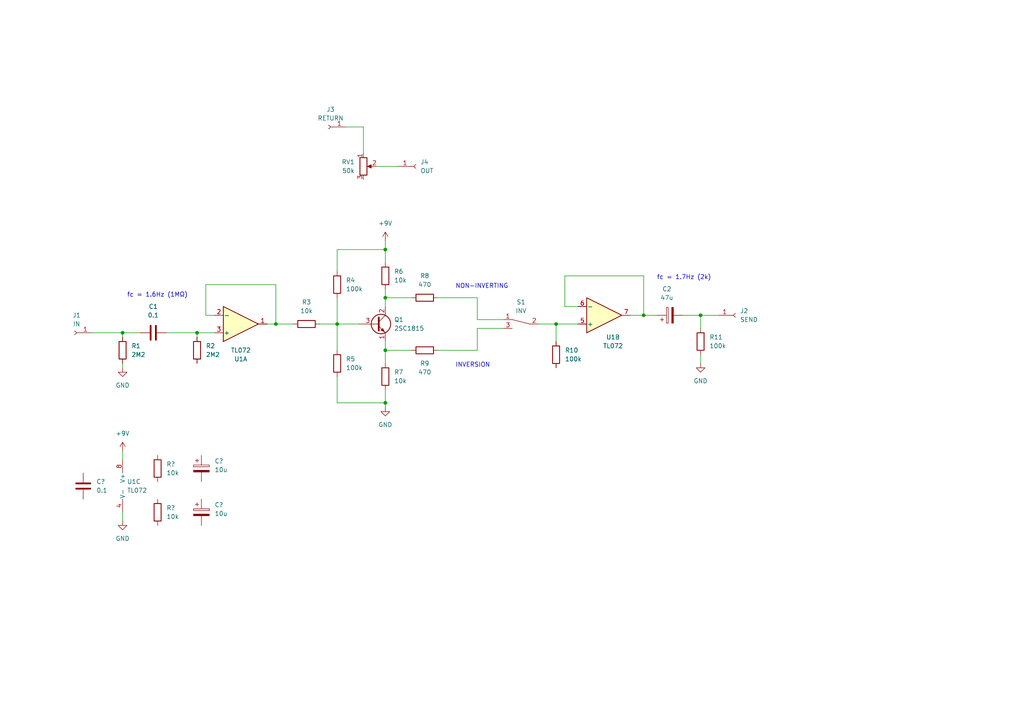
<source format=kicad_sch>
(kicad_sch (version 20211123) (generator eeschema)
  (paper "A4")
  (title_block (title "BLENDER") (date "2023-09-10") (rev "1.2") (company "ARAGI (101010.fun)"))
  (lib_symbols
    (symbol "Amplifier_Operational:TL072" (pin_names (offset 0.127))
      (property "Reference" "U" (at 0 5.08 0))
      (property "Value" "TL072" (at 0 -5.08 0))
      (symbol "TL072_1_1"
        (polyline (pts (xy -5.08 5.08) (xy 5.08 0) (xy -5.08 -5.08) (xy -5.08 5.08)) (stroke (width 0.254)) (fill (type background)))
        (pin output line (at 7.62 0 180) (length 2.54) (name "~") (number "1"))
        (pin input line (at -7.62 -2.54 0) (length 2.54) (name "-") (number "2"))
        (pin input line (at -7.62 2.54 0) (length 2.54) (name "+") (number "3"))
      )
      (symbol "TL072_2_1"
        (polyline (pts (xy -5.08 5.08) (xy 5.08 0) (xy -5.08 -5.08) (xy -5.08 5.08)) (stroke (width 0.254)) (fill (type background)))
        (pin input line (at -7.62 2.54 0) (length 2.54) (name "+") (number "5"))
        (pin input line (at -7.62 -2.54 0) (length 2.54) (name "-") (number "6"))
        (pin output line (at 7.62 0 180) (length 2.54) (name "~") (number "7"))
      )
      (symbol "TL072_3_1"
        (pin power_in line (at -2.54 -7.62 90) (length 3.81) (name "V-") (number "4"))
        (pin power_in line (at -2.54 7.62 270) (length 3.81) (name "V+") (number "8"))
      )
    )
    (symbol "Connector:Conn_01x01_Female" (pin_names (offset 1.016) hide)
      (property "Reference" "J" (at 0 2.54 0))
      (property "Value" "Conn_01x01_Female" (at 0 -2.54 0))
      (symbol "Conn_01x01_Female_1_1"
        (polyline (pts (xy -1.27 0) (xy -0.508 0)) (stroke (width 0.1524)))
        (arc (start 0 0.508) (mid -0.508 0) (end 0 -0.508) (stroke (width 0.1524)))
        (pin passive line (at -5.08 0 0) (length 3.81) (name "Pin_1") (number "1"))
      )
    )
    (symbol "Device:C" (pin_numbers hide) (pin_names (offset 0.254))
      (property "Reference" "C" (at 0.635 2.54 0))
      (property "Value" "C" (at 0.635 -2.54 0))
      (symbol "C_0_1"
        (polyline (pts (xy -2.032 -0.762) (xy 2.032 -0.762)) (stroke (width 0.508)))
        (polyline (pts (xy -2.032 0.762) (xy 2.032 0.762)) (stroke (width 0.508)))
      )
      (symbol "C_1_1"
        (pin passive line (at 0 3.81 270) (length 2.794) (name "~") (number "1"))
        (pin passive line (at 0 -3.81 90) (length 2.794) (name "~") (number "2"))
      )
    )
    (symbol "Device:C_Polarized" (pin_numbers hide) (pin_names (offset 0.254))
      (property "Reference" "C" (at 0.635 2.54 0))
      (property "Value" "C_Polarized" (at 0.635 -2.54 0))
      (symbol "C_Polarized_0_1"
        (rectangle (start -2.286 0.508) (end 2.286 1.016))
        (polyline (pts (xy -1.778 2.286) (xy -0.762 2.286)))
        (polyline (pts (xy -1.27 2.794) (xy -1.27 1.778)))
        (rectangle (start 2.286 -0.508) (end -2.286 -1.016) (fill (type outline)))
      )
      (symbol "C_Polarized_1_1"
        (pin passive line (at 0 3.81 270) (length 2.794) (name "~") (number "1"))
        (pin passive line (at 0 -3.81 90) (length 2.794) (name "~") (number "2"))
      )
    )
    (symbol "Device:R" (pin_numbers hide) (pin_names (offset 0))
      (property "Reference" "R" (at 2.032 0 90))
      (property "Value" "R" (at 0 0 90))
      (symbol "R_0_1"
        (rectangle (start -1.016 -2.54) (end 1.016 2.54) (stroke (width 0.254)))
      )
      (symbol "R_1_1"
        (pin passive line (at 0 3.81 270) (length 1.27) (name "~") (number "1"))
        (pin passive line (at 0 -3.81 90) (length 1.27) (name "~") (number "2"))
      )
    )
    (symbol "Device:R_Potentiometer" (pin_names (offset 1.016) hide)
      (property "Reference" "RV" (at -4.445 0 90))
      (property "Value" "R_Potentiometer" (at -2.54 0 90))
      (symbol "R_Potentiometer_0_1"
        (polyline (pts (xy 2.54 0) (xy 1.524 0)))
        (polyline (pts (xy 1.143 0) (xy 2.286 0.508) (xy 2.286 -0.508) (xy 1.143 0)) (fill (type outline)))
        (rectangle (start 1.016 2.54) (end -1.016 -2.54) (stroke (width 0.254)))
      )
      (symbol "R_Potentiometer_1_1"
        (pin passive line (at 0 3.81 270) (length 1.27) (name "1") (number "1"))
        (pin passive line (at 3.81 0 180) (length 1.27) (name "2") (number "2"))
        (pin passive line (at 0 -3.81 90) (length 1.27) (name "3") (number "3"))
      )
    )
    (symbol "SparkFun-Switches:SWITCH_TOGGLE_SPST_RIGHT_ANGLE" (pin_names (offset 1.016))
      (property "Reference" "S" (at 0 -2.54 0))
      (property "Value" "SWITCH_TOGGLE_SPST_RIGHT_ANGLE" (at 0 3.81 0))
      (symbol "SWITCH_TOGGLE_SPST_RIGHT_ANGLE_0_1"
        (polyline (pts (xy -2.54 0) (xy 2.54 1.27)))
      )
      (symbol "SWITCH_TOGGLE_SPST_RIGHT_ANGLE_1_1"
        (pin output line (at 5.08 1.27 180) (length 2.54) (name "~") (number "1"))
        (pin input line (at -5.08 0 0) (length 2.54) (name "~") (number "2"))
        (pin output line (at 5.08 -1.27 180) (length 2.54) (name "~") (number "3"))
      )
    )
    (symbol "Transistor_BJT:2SC1815" (pin_names (offset 0) hide)
      (property "Reference" "Q" (at 5.08 1.905 0))
      (property "Value" "2SC1815" (at 5.08 0 0))
      (symbol "2SC1815_0_1"
        (polyline (pts (xy 0 0) (xy 0.508 0)))
        (polyline (pts (xy 0.635 0.635) (xy 2.54 2.54)))
        (polyline (pts (xy 0.635 -0.635) (xy 2.54 -2.54) (xy 2.54 -2.54)))
        (polyline (pts (xy 0.635 1.905) (xy 0.635 -1.905) (xy 0.635 -1.905)) (stroke (width 0.508)))
        (polyline (pts (xy 1.27 -1.778) (xy 1.778 -1.27) (xy 2.286 -2.286) (xy 1.27 -1.778) (xy 1.27 -1.778)) (fill (type outline)))
        (circle (center 1.27 0) (radius 2.8194) (stroke (width 0.254)))
      )
      (symbol "2SC1815_1_1"
        (pin passive line (at 2.54 -5.08 90) (length 2.54) (name "E") (number "1"))
        (pin passive line (at 2.54 5.08 270) (length 2.54) (name "C") (number "2"))
        (pin input line (at -5.08 0 0) (length 5.08) (name "B") (number "3"))
      )
    )
    (symbol "power:+9V" (power) (pin_names (offset 0))
      (property "Value" "+9V" (at 0 3.556 0))
      (symbol "+9V_0_1"
        (polyline (pts (xy -0.762 1.27) (xy 0 2.54)))
        (polyline (pts (xy 0 0) (xy 0 2.54)))
        (polyline (pts (xy 0 2.54) (xy 0.762 1.27)))
      )
      (symbol "+9V_1_1"
        (pin power_in line (at 0 0 90) (length 0) hide (name "+9V") (number "1"))
      )
    )
    (symbol "power:GND" (power) (pin_names (offset 0))
      (property "Value" "GND" (at 0 -3.81 0))
      (symbol "GND_0_1"
        (polyline (pts (xy 0 0) (xy 0 -1.27) (xy 1.27 -1.27) (xy 0 -2.54) (xy -1.27 -1.27) (xy 0 -1.27)))
      )
      (symbol "GND_1_1"
        (pin power_in line (at 0 0 270) (length 0) hide (name "GND") (number "1"))
      )
    )
  )
  (junction (at 111.76 116.84))
  (junction (at 186.69 91.44))
  (junction (at 111.76 86.36))
  (junction (at 161.29 93.98))
  (junction (at 80.01 93.98))
  (junction (at 111.76 72.39))
  (junction (at 203.2 91.44))
  (junction (at 111.76 101.6))
  (junction (at 57.15 96.52))
  (junction (at 97.79 93.98))
  (junction (at 35.56 96.52))
  (wire (pts (xy 203.2 102.87) (xy 203.2 105.41)))
  (wire (pts (xy 127 86.36) (xy 138.43 86.36)))
  (wire (pts (xy 35.56 96.52) (xy 35.56 97.79)))
  (wire (pts (xy 111.76 86.36) (xy 119.38 86.36)))
  (wire (pts (xy 203.2 91.44) (xy 208.28 91.44)))
  (wire (pts (xy 146.05 95.25) (xy 138.43 95.25)))
  (wire (pts (xy 111.76 72.39) (xy 111.76 76.2)))
  (wire (pts (xy 97.79 93.98) (xy 97.79 101.6)))
  (wire (pts (xy 80.01 93.98) (xy 85.09 93.98)))
  (wire (pts (xy 26.67 96.52) (xy 35.56 96.52)))
  (wire (pts (xy 109.22 48.26) (xy 115.57 48.26)))
  (wire (pts (xy 111.76 101.6) (xy 111.76 105.41)))
  (wire (pts (xy 80.01 93.98) (xy 77.47 93.98)))
  (wire (pts (xy 40.64 96.52) (xy 35.56 96.52)))
  (wire (pts (xy 59.69 91.44) (xy 59.69 82.55)))
  (wire (pts (xy 57.15 96.52) (xy 57.15 97.79)))
  (wire (pts (xy 97.79 78.74) (xy 97.79 72.39)))
  (wire (pts (xy 138.43 101.6) (xy 138.43 95.25)))
  (wire (pts (xy 80.01 82.55) (xy 80.01 93.98)))
  (wire (pts (xy 97.79 72.39) (xy 111.76 72.39)))
  (wire (pts (xy 127 101.6) (xy 138.43 101.6)))
  (wire (pts (xy 100.33 36.83) (xy 105.41 36.83)))
  (wire (pts (xy 163.83 80.01) (xy 186.69 80.01)))
  (wire (pts (xy 111.76 113.03) (xy 111.76 116.84)))
  (wire (pts (xy 163.83 88.9) (xy 167.64 88.9)))
  (wire (pts (xy 163.83 88.9) (xy 163.83 80.01)))
  (wire (pts (xy 186.69 80.01) (xy 186.69 91.44)))
  (wire (pts (xy 48.26 96.52) (xy 57.15 96.52)))
  (wire (pts (xy 161.29 93.98) (xy 167.64 93.98)))
  (wire (pts (xy 35.56 130.81) (xy 35.56 133.35)))
  (wire (pts (xy 57.15 96.52) (xy 62.23 96.52)))
  (wire (pts (xy 111.76 83.82) (xy 111.76 86.36)))
  (wire (pts (xy 111.76 101.6) (xy 119.38 101.6)))
  (wire (pts (xy 138.43 86.36) (xy 138.43 92.71)))
  (wire (pts (xy 97.79 109.22) (xy 97.79 116.84)))
  (wire (pts (xy 111.76 99.06) (xy 111.76 101.6)))
  (wire (pts (xy 156.21 93.98) (xy 161.29 93.98)))
  (wire (pts (xy 35.56 105.41) (xy 35.56 106.68)))
  (wire (pts (xy 203.2 91.44) (xy 203.2 95.25)))
  (wire (pts (xy 186.69 91.44) (xy 182.88 91.44)))
  (wire (pts (xy 62.23 91.44) (xy 59.69 91.44)))
  (wire (pts (xy 111.76 116.84) (xy 111.76 118.11)))
  (wire (pts (xy 161.29 93.98) (xy 161.29 99.06)))
  (wire (pts (xy 111.76 69.85) (xy 111.76 72.39)))
  (wire (pts (xy 59.69 82.55) (xy 80.01 82.55)))
  (wire (pts (xy 111.76 86.36) (xy 111.76 88.9)))
  (wire (pts (xy 138.43 92.71) (xy 146.05 92.71)))
  (wire (pts (xy 105.41 36.83) (xy 105.41 44.45)))
  (wire (pts (xy 198.12 91.44) (xy 203.2 91.44)))
  (wire (pts (xy 97.79 86.36) (xy 97.79 93.98)))
  (wire (pts (xy 97.79 116.84) (xy 111.76 116.84)))
  (wire (pts (xy 186.69 91.44) (xy 190.5 91.44)))
  (wire (pts (xy 92.71 93.98) (xy 97.79 93.98)))
  (wire (pts (xy 35.56 148.59) (xy 35.56 151.13)))
  (wire (pts (xy 97.79 93.98) (xy 104.14 93.98)))
  (text "fc = 1.6Hz (1MΩ)" (at 36.83 86.36 0) (effects (font (size 1.27 1.27)) (justify left bottom)))
  (text "NON-INVERTING" (at 132.08 83.82 0) (effects (font (size 1.27 1.27)) (justify left bottom)))
  (text "INVERSION" (at 132.08 106.68 0) (effects (font (size 1.27 1.27)) (justify left bottom)))
  (text "fc = 1.7Hz (2k)" (at 190.5 81.28 0) (effects (font (size 1.27 1.27)) (justify left bottom)))
  (symbol (lib_id "Device:R") (at 111.76 80.01 180) (unit 1)
    (property "Reference" "R6" (at 114.3 78.7399 0) (effects (justify right)))
    (property "Value" "10k" (at 114.3 81.2799 0) (effects (justify right)))
  )
  (symbol (lib_id "Connector:Conn_01x01_Female") (at 21.59 96.52 180) (unit 1)
    (property "Reference" "J1" (at 22.225 91.44 0))
    (property "Value" "IN" (at 22.225 93.98 0))
  )
  (symbol (lib_id "power:GND") (at 35.56 106.68 0) (unit 1)
    (property "Reference" "#PWR?" (effects hide))
    (property "Value" "GND" (at 35.56 111.76 0))
  )
  (symbol (lib_id "SparkFun-Switches:SWITCH_TOGGLE_SPST_RIGHT_ANGLE") (at 151.13 93.98 0) (mirror y) (unit 1)
    (property "Reference" "S1" (at 151.13 87.63 0))
    (property "Value" "INV" (at 151.13 90.17 0))
    (property "Field4" "PRT-13888" (effects hide))
  )
  (symbol (lib_id "Transistor_BJT:2SC1815") (at 109.22 93.98 0) (unit 1)
    (property "Reference" "Q1" (at 114.3 92.7099 0) (effects (justify left)))
    (property "Value" "2SC1815" (at 114.3 95.2499 0) (effects (justify left)))
    (property "Footprint" "Package_TO_SOT_THT:TO-92_Inline" (effects hide))
    (property "Datasheet" "https://media.digikey.com/pdf/Data%20Sheets/Toshiba%20PDFs/2SC1815.pdf" (effects hide))
  )
  (symbol (lib_id "Device:C_Polarized") (at 58.42 135.89 0) (unit 1)
    (property "Reference" "C?" (at 62.23 133.7309 0) (effects (justify left)))
    (property "Value" "10u" (at 62.23 136.2709 0) (effects (justify left)))
  )
  (symbol (lib_id "Device:R") (at 123.19 86.36 90) (unit 1)
    (property "Reference" "R8" (at 123.19 80.01 90))
    (property "Value" "470" (at 123.19 82.55 90))
  )
  (symbol (lib_id "Device:R") (at 161.29 102.87 0) (unit 1)
    (property "Reference" "R10" (at 163.83 101.5999 0) (effects (justify left)))
    (property "Value" "100k" (at 163.83 104.1399 0) (effects (justify left)))
  )
  (symbol (lib_id "Device:R") (at 57.15 101.6 0) (unit 1)
    (property "Reference" "R2" (at 59.69 100.3299 0) (effects (justify left)))
    (property "Value" "2M2" (at 59.69 102.8699 0) (effects (justify left)))
  )
  (symbol (lib_id "Amplifier_Operational:TL072") (at 175.26 91.44 0) (mirror x) (unit 2)
    (property "Reference" "U1" (at 177.8 97.79 0))
    (property "Value" "TL072" (at 177.8 100.33 0))
    (property "Datasheet" "http://www.ti.com/lit/ds/symlink/tl071.pdf" (effects hide))
  )
  (symbol (lib_id "power:GND") (at 35.56 151.13 0) (unit 1)
    (property "Reference" "#PWR?" (effects hide))
    (property "Value" "GND" (at 35.56 156.21 0))
  )
  (symbol (lib_id "Device:R") (at 97.79 82.55 180) (unit 1)
    (property "Reference" "R4" (at 100.33 81.2799 0) (effects (justify right)))
    (property "Value" "100k" (at 100.33 83.8199 0) (effects (justify right)))
  )
  (symbol (lib_id "Device:R") (at 203.2 99.06 0) (unit 1)
    (property "Reference" "R11" (at 205.74 97.7899 0) (effects (justify left)))
    (property "Value" "100k" (at 205.74 100.3299 0) (effects (justify left)))
  )
  (symbol (lib_id "power:+9V") (at 35.56 130.81 0) (unit 1)
    (property "Reference" "#PWR?" (effects hide))
    (property "Value" "+9V" (at 35.56 125.73 0))
  )
  (symbol (lib_id "Device:C") (at 24.13 140.97 0) (unit 1)
    (property "Reference" "C?" (at 27.94 139.6999 0) (effects (justify left)))
    (property "Value" "0.1" (at 27.94 142.2399 0) (effects (justify left)))
  )
  (symbol (lib_id "Connector:Conn_01x01_Female") (at 213.36 91.44 0) (unit 1)
    (property "Reference" "J2" (at 214.63 90.1699 0) (effects (justify left)))
    (property "Value" "SEND" (at 214.63 92.7099 0) (effects (justify left)))
  )
  (symbol (lib_id "Device:R_Potentiometer") (at 105.41 48.26 0) (unit 1)
    (property "Reference" "RV1" (at 102.87 46.9899 0) (effects (justify right)))
    (property "Value" "50k" (at 102.87 49.5299 0) (effects (justify right)))
  )
  (symbol (lib_id "Device:R") (at 88.9 93.98 90) (unit 1)
    (property "Reference" "R3" (at 88.9 87.63 90))
    (property "Value" "10k" (at 88.9 90.17 90))
  )
  (symbol (lib_id "Device:C_Polarized") (at 194.31 91.44 90) (unit 1)
    (property "Reference" "C2" (at 193.421 83.82 90))
    (property "Value" "47u" (at 193.421 86.36 90))
  )
  (symbol (lib_id "Amplifier_Operational:TL072") (at 69.85 93.98 0) (mirror x) (unit 1)
    (property "Reference" "U1" (at 69.85 104.14 0))
    (property "Value" "TL072" (at 69.85 101.6 0))
    (property "Datasheet" "http://www.ti.com/lit/ds/symlink/tl071.pdf" (effects hide))
  )
  (symbol (lib_id "power:+9V") (at 111.76 69.85 0) (unit 1)
    (property "Reference" "#PWR?" (effects hide))
    (property "Value" "+9V" (at 111.76 64.77 0))
  )
  (symbol (lib_id "Connector:Conn_01x01_Female") (at 95.25 36.83 180) (unit 1)
    (property "Reference" "J3" (at 95.885 31.75 0))
    (property "Value" "RETURN" (at 95.885 34.29 0))
  )
  (symbol (lib_id "Device:R") (at 123.19 101.6 90) (unit 1)
    (property "Reference" "R9" (at 123.19 105.41 90))
    (property "Value" "470" (at 123.19 107.95 90))
  )
  (symbol (lib_id "Device:C") (at 44.45 96.52 90) (unit 1)
    (property "Reference" "C1" (at 44.45 88.9 90))
    (property "Value" "0.1" (at 44.45 91.44 90))
  )
  (symbol (lib_id "Amplifier_Operational:TL072") (at 38.1 140.97 0) (unit 3)
    (property "Reference" "U1" (at 36.83 139.6999 0) (effects (justify left)))
    (property "Value" "TL072" (at 36.83 142.2399 0) (effects (justify left)))
    (property "Datasheet" "http://www.ti.com/lit/ds/symlink/tl071.pdf" (effects hide))
  )
  (symbol (lib_id "Device:R") (at 97.79 105.41 180) (unit 1)
    (property "Reference" "R5" (at 100.33 104.1399 0) (effects (justify right)))
    (property "Value" "100k" (at 100.33 106.6799 0) (effects (justify right)))
  )
  (symbol (lib_id "power:GND") (at 203.2 105.41 0) (unit 1)
    (property "Reference" "#PWR?" (effects hide))
    (property "Value" "GND" (at 203.2 110.49 0))
  )
  (symbol (lib_id "Device:R") (at 35.56 101.6 0) (unit 1)
    (property "Reference" "R1" (at 38.1 100.3299 0) (effects (justify left)))
    (property "Value" "2M2" (at 38.1 102.8699 0) (effects (justify left)))
  )
  (symbol (lib_id "Device:C_Polarized") (at 58.42 148.59 0) (unit 1)
    (property "Reference" "C?" (at 62.23 146.4309 0) (effects (justify left)))
    (property "Value" "10u" (at 62.23 148.9709 0) (effects (justify left)))
  )
  (symbol (lib_id "Device:R") (at 45.72 148.59 0) (unit 1)
    (property "Reference" "R?" (at 48.26 147.3199 0) (effects (justify left)))
    (property "Value" "10k" (at 48.26 149.8599 0) (effects (justify left)))
  )
  (symbol (lib_id "power:GND") (at 111.76 118.11 0) (unit 1)
    (property "Reference" "#PWR?" (effects hide))
    (property "Value" "GND" (at 111.76 123.19 0))
  )
  (symbol (lib_id "Connector:Conn_01x01_Female") (at 120.65 48.26 0) (unit 1)
    (property "Reference" "J4" (at 121.92 46.9899 0) (effects (justify left)))
    (property "Value" "OUT" (at 121.92 49.5299 0) (effects (justify left)))
  )
  (symbol (lib_id "Device:R") (at 45.72 135.89 0) (unit 1)
    (property "Reference" "R?" (at 48.26 134.6199 0) (effects (justify left)))
    (property "Value" "10k" (at 48.26 137.1599 0) (effects (justify left)))
  )
  (symbol (lib_id "Device:R") (at 111.76 109.22 180) (unit 1)
    (property "Reference" "R7" (at 114.3 107.9499 0) (effects (justify right)))
    (property "Value" "10k" (at 114.3 110.4899 0) (effects (justify right)))
  )
)
</source>
